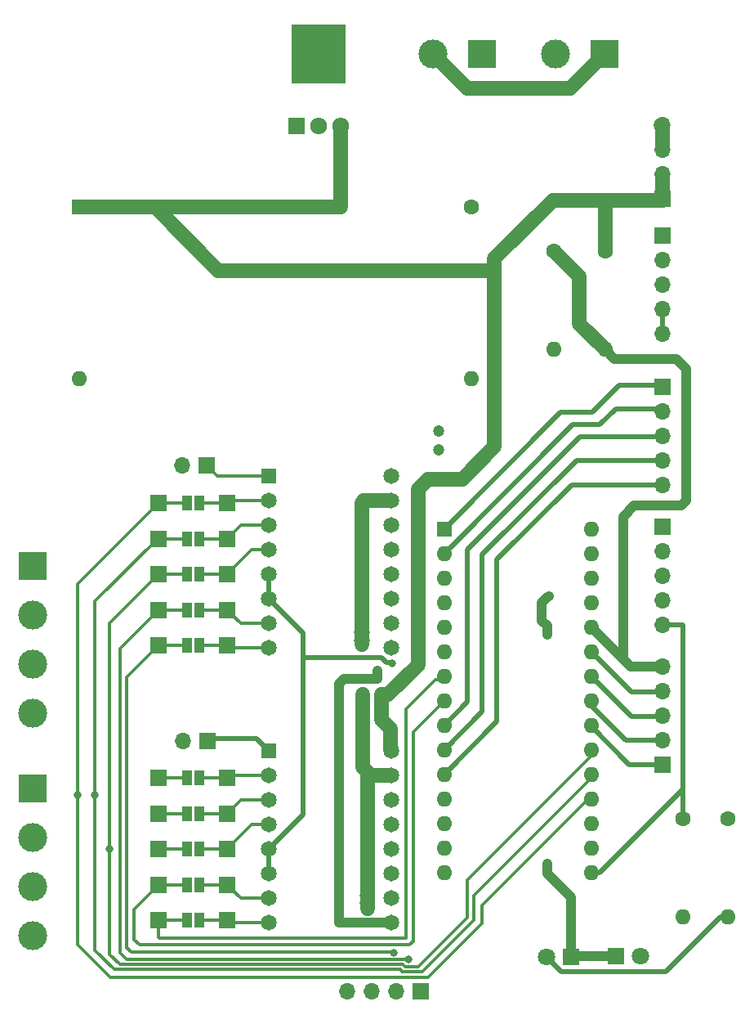
<source format=gtl>
G04 #@! TF.GenerationSoftware,KiCad,Pcbnew,7.0.8*
G04 #@! TF.CreationDate,2024-03-21T20:29:15-04:00*
G04 #@! TF.ProjectId,TechDevPCB,54656368-4465-4765-9043-422e6b696361,rev?*
G04 #@! TF.SameCoordinates,Original*
G04 #@! TF.FileFunction,Copper,L1,Top*
G04 #@! TF.FilePolarity,Positive*
%FSLAX46Y46*%
G04 Gerber Fmt 4.6, Leading zero omitted, Abs format (unit mm)*
G04 Created by KiCad (PCBNEW 7.0.8) date 2024-03-21 20:29:15*
%MOMM*%
%LPD*%
G01*
G04 APERTURE LIST*
G04 #@! TA.AperFunction,ComponentPad*
%ADD10C,1.600000*%
G04 #@! TD*
G04 #@! TA.AperFunction,ComponentPad*
%ADD11O,1.600000X1.600000*%
G04 #@! TD*
G04 #@! TA.AperFunction,ComponentPad*
%ADD12R,1.700000X1.700000*%
G04 #@! TD*
G04 #@! TA.AperFunction,ComponentPad*
%ADD13R,3.000000X3.000000*%
G04 #@! TD*
G04 #@! TA.AperFunction,ComponentPad*
%ADD14C,3.000000*%
G04 #@! TD*
G04 #@! TA.AperFunction,ComponentPad*
%ADD15O,1.700000X1.700000*%
G04 #@! TD*
G04 #@! TA.AperFunction,ComponentPad*
%ADD16R,1.717500X1.800000*%
G04 #@! TD*
G04 #@! TA.AperFunction,ComponentPad*
%ADD17O,1.717500X1.800000*%
G04 #@! TD*
G04 #@! TA.AperFunction,SMDPad,CuDef*
%ADD18R,5.700000X6.200000*%
G04 #@! TD*
G04 #@! TA.AperFunction,ComponentPad*
%ADD19C,1.200000*%
G04 #@! TD*
G04 #@! TA.AperFunction,SMDPad,CuDef*
%ADD20R,1.000000X1.500000*%
G04 #@! TD*
G04 #@! TA.AperFunction,ComponentPad*
%ADD21R,1.650000X1.650000*%
G04 #@! TD*
G04 #@! TA.AperFunction,ComponentPad*
%ADD22C,1.650000*%
G04 #@! TD*
G04 #@! TA.AperFunction,ComponentPad*
%ADD23R,1.600000X1.600000*%
G04 #@! TD*
G04 #@! TA.AperFunction,ComponentPad*
%ADD24R,1.800000X1.800000*%
G04 #@! TD*
G04 #@! TA.AperFunction,ComponentPad*
%ADD25C,1.800000*%
G04 #@! TD*
G04 #@! TA.AperFunction,ViaPad*
%ADD26C,0.800000*%
G04 #@! TD*
G04 #@! TA.AperFunction,Conductor*
%ADD27C,0.300000*%
G04 #@! TD*
G04 #@! TA.AperFunction,Conductor*
%ADD28C,0.500000*%
G04 #@! TD*
G04 #@! TA.AperFunction,Conductor*
%ADD29C,1.000000*%
G04 #@! TD*
G04 #@! TA.AperFunction,Conductor*
%ADD30C,1.500000*%
G04 #@! TD*
G04 APERTURE END LIST*
D10*
X167640000Y-65049400D03*
D11*
X167640000Y-75209400D03*
D12*
X126669800Y-123317000D03*
D13*
X172897800Y-44704000D03*
D14*
X167817800Y-44704000D03*
D12*
X178866800Y-63500000D03*
D15*
X178866800Y-66040000D03*
X178866800Y-68580000D03*
X178866800Y-71120000D03*
X178866800Y-73660000D03*
D16*
X140970000Y-52120800D03*
D17*
X143260000Y-52120800D03*
X145550000Y-52120800D03*
D18*
X143260000Y-44687467D03*
D12*
X133781800Y-130683000D03*
D19*
X155702000Y-83667600D03*
X155702000Y-85667600D03*
D20*
X129560800Y-91186000D03*
X130860800Y-91186000D03*
D12*
X126669800Y-130683000D03*
D20*
X129560800Y-134366000D03*
X130860800Y-134366000D03*
D12*
X178866800Y-79121000D03*
D15*
X178866800Y-81661000D03*
X178866800Y-84201000D03*
X178866800Y-86741000D03*
X178866800Y-89281000D03*
D19*
X149783800Y-110998000D03*
X147783800Y-110998000D03*
D12*
X126669800Y-102235000D03*
D13*
X113614200Y-120726200D03*
D14*
X113614200Y-125806200D03*
X113614200Y-130886200D03*
X113614200Y-135966200D03*
D12*
X133781800Y-127000000D03*
X133781800Y-105918000D03*
X126669800Y-119634000D03*
D20*
X129560800Y-105918000D03*
X130860800Y-105918000D03*
D12*
X133781800Y-91186000D03*
X126669800Y-105918000D03*
X133781800Y-102235000D03*
D20*
X129560800Y-127000000D03*
X130860800Y-127000000D03*
X129560800Y-98552000D03*
X130860800Y-98552000D03*
D12*
X126669800Y-91186000D03*
X131749800Y-115824000D03*
D15*
X129209800Y-115824000D03*
D12*
X126669800Y-98552000D03*
D21*
X138099800Y-116840000D03*
D22*
X138099800Y-119380000D03*
X138099800Y-121920000D03*
X138099800Y-124460000D03*
X138099800Y-127000000D03*
X138099800Y-129540000D03*
X138099800Y-132080000D03*
X138099800Y-134620000D03*
X150799800Y-134620000D03*
X150799800Y-132080000D03*
X150799800Y-129540000D03*
X150799800Y-127000000D03*
X150799800Y-124460000D03*
X150799800Y-121920000D03*
X150799800Y-119380000D03*
X150799800Y-116840000D03*
D20*
X129560800Y-123317000D03*
X130860800Y-123317000D03*
D12*
X153787000Y-141706600D03*
D15*
X151247000Y-141706600D03*
X148707000Y-141706600D03*
X146167000Y-141706600D03*
D12*
X178866800Y-118237000D03*
D15*
X178866800Y-115697000D03*
X178866800Y-113157000D03*
X178866800Y-110617000D03*
X178866800Y-108077000D03*
D23*
X118392400Y-60539100D03*
D11*
X159032400Y-78319100D03*
X118392400Y-78319100D03*
D10*
X159032400Y-60539100D03*
D24*
X174015400Y-138049000D03*
D25*
X176555400Y-138049000D03*
D12*
X178866800Y-93599000D03*
D15*
X178866800Y-96139000D03*
X178866800Y-98679000D03*
X178866800Y-101219000D03*
X178866800Y-103759000D03*
D10*
X172923200Y-65100200D03*
D11*
X172923200Y-75260200D03*
D13*
X113563400Y-97637600D03*
D14*
X113563400Y-102717600D03*
X113563400Y-107797600D03*
X113563400Y-112877600D03*
D20*
X129575800Y-94869000D03*
X130875800Y-94869000D03*
X129560800Y-119634000D03*
X130860800Y-119634000D03*
D13*
X160197800Y-44704000D03*
D14*
X155117800Y-44704000D03*
D20*
X129560800Y-102235000D03*
X130860800Y-102235000D03*
D12*
X178866800Y-59690000D03*
D15*
X178866800Y-57150000D03*
X178866800Y-54610000D03*
X178866800Y-52070000D03*
D12*
X133781800Y-98552000D03*
X126669800Y-94869000D03*
D23*
X156260800Y-93853000D03*
D11*
X156260800Y-96393000D03*
X156260800Y-98933000D03*
X156260800Y-101473000D03*
X156260800Y-104013000D03*
X156260800Y-106553000D03*
X156260800Y-109093000D03*
X156260800Y-111633000D03*
X156260800Y-114173000D03*
X156260800Y-116713000D03*
X156260800Y-119253000D03*
X156260800Y-121793000D03*
X156260800Y-124333000D03*
X156260800Y-126873000D03*
X156260800Y-129413000D03*
X171500800Y-129413000D03*
X171500800Y-126873000D03*
X171500800Y-124333000D03*
X171500800Y-121793000D03*
X171500800Y-119253000D03*
X171500800Y-116713000D03*
X171500800Y-114173000D03*
X171500800Y-111633000D03*
X171500800Y-109093000D03*
X171500800Y-106553000D03*
X171500800Y-104013000D03*
X171500800Y-101473000D03*
X171500800Y-98933000D03*
X171500800Y-96393000D03*
X171500800Y-93853000D03*
D12*
X126669800Y-134366000D03*
D10*
X180975000Y-123850400D03*
D11*
X180975000Y-134010400D03*
D12*
X131622800Y-87249000D03*
D15*
X129082800Y-87249000D03*
D12*
X133781800Y-123317000D03*
D20*
X129560800Y-130683000D03*
X130860800Y-130683000D03*
D12*
X133781800Y-134366000D03*
D24*
X169392600Y-138176000D03*
D25*
X166852600Y-138176000D03*
D21*
X138099800Y-88392000D03*
D22*
X138099800Y-90932000D03*
X138099800Y-93472000D03*
X138099800Y-96012000D03*
X138099800Y-98552000D03*
X138099800Y-101092000D03*
X138099800Y-103632000D03*
X138099800Y-106172000D03*
X150799800Y-106172000D03*
X150799800Y-103632000D03*
X150799800Y-101092000D03*
X150799800Y-98552000D03*
X150799800Y-96012000D03*
X150799800Y-93472000D03*
X150799800Y-90932000D03*
X150799800Y-88392000D03*
D12*
X133781800Y-119634000D03*
D10*
X185674000Y-123799600D03*
D11*
X185674000Y-133959600D03*
D12*
X133781800Y-94869000D03*
X126669800Y-127000000D03*
D26*
X149326600Y-108585000D03*
X166954200Y-103886000D03*
X166954200Y-104673400D03*
X166954200Y-129514600D03*
X166370000Y-101473000D03*
X149326600Y-109372400D03*
X166954200Y-128727200D03*
X166954200Y-100888800D03*
X151053800Y-137680500D03*
X152527000Y-138430000D03*
X118287800Y-121412000D03*
X120065800Y-121412000D03*
X121589800Y-127000000D03*
X148666200Y-132588000D03*
X148107400Y-105333800D03*
X147294600Y-104521000D03*
X148666200Y-131800600D03*
X147294600Y-105333800D03*
X147878800Y-132588000D03*
X147878800Y-131800600D03*
X148107400Y-104521000D03*
X150850600Y-107721400D03*
D27*
X171500800Y-117322600D02*
X171500800Y-116713000D01*
X151974339Y-138938000D02*
X152216339Y-139180000D01*
X122631200Y-138938000D02*
X151974339Y-138938000D01*
X152216339Y-139180000D02*
X153555000Y-139180000D01*
X153555000Y-139180000D02*
X158673800Y-134061200D01*
X158673800Y-130149600D02*
X171500800Y-117322600D01*
X121589800Y-137896600D02*
X122631200Y-138938000D01*
X121589800Y-127000000D02*
X121589800Y-137896600D01*
X158673800Y-134061200D02*
X158673800Y-130149600D01*
X171500800Y-119608600D02*
X171500800Y-119253000D01*
X159308800Y-134340600D02*
X159308800Y-131800600D01*
X151893306Y-139680000D02*
X153969400Y-139680000D01*
X151659306Y-139446000D02*
X151893306Y-139680000D01*
X122072400Y-139446000D02*
X151659306Y-139446000D01*
X120065800Y-137439400D02*
X122072400Y-139446000D01*
X159308800Y-131800600D02*
X171500800Y-119608600D01*
X153969400Y-139680000D02*
X159308800Y-134340600D01*
X120065800Y-121412000D02*
X120065800Y-137439400D01*
X160197800Y-134645400D02*
X154568600Y-140274600D01*
X118287800Y-136906000D02*
X118287800Y-121412000D01*
X160197800Y-132765800D02*
X160197800Y-134645400D01*
X121656400Y-140274600D02*
X118287800Y-136906000D01*
X171170600Y-121793000D02*
X160197800Y-132765800D01*
X171500800Y-121793000D02*
X171170600Y-121793000D01*
X154568600Y-140274600D02*
X121656400Y-140274600D01*
D28*
X178739800Y-78994000D02*
X178866800Y-79121000D01*
X171627800Y-81788000D02*
X174421800Y-78994000D01*
X168325800Y-81788000D02*
X171627800Y-81788000D01*
X156260800Y-93853000D02*
X168325800Y-81788000D01*
X174421800Y-78994000D02*
X178739800Y-78994000D01*
X178612800Y-81407000D02*
X178866800Y-81661000D01*
X174040800Y-81407000D02*
X178612800Y-81407000D01*
X156260800Y-96393000D02*
X169595800Y-83058000D01*
X169595800Y-83058000D02*
X172389800Y-83058000D01*
X172389800Y-83058000D02*
X174040800Y-81407000D01*
D29*
X149326600Y-109372400D02*
X149326600Y-108585000D01*
X174015400Y-138049000D02*
X169519600Y-138049000D01*
X166954200Y-103886000D02*
X166954200Y-104673400D01*
X145846800Y-109372400D02*
X149199600Y-109372400D01*
X166370000Y-103301800D02*
X166954200Y-103886000D01*
X169392600Y-131953000D02*
X166954200Y-129514600D01*
X166954200Y-128727200D02*
X166954200Y-128473200D01*
D28*
X166954200Y-129514600D02*
X166979600Y-129540000D01*
D29*
X149326600Y-108585000D02*
X149326600Y-108508800D01*
X169392600Y-138176000D02*
X169392600Y-131953000D01*
D28*
X169519600Y-138049000D02*
X169392600Y-138176000D01*
D29*
X166954200Y-104673400D02*
X166954200Y-104775000D01*
X166370000Y-101473000D02*
X166370000Y-103301800D01*
X166954200Y-100888800D02*
X167081200Y-100761800D01*
X150799800Y-134620000D02*
X145338800Y-134620000D01*
X166370000Y-101473000D02*
X166954200Y-100888800D01*
X145338800Y-109880400D02*
X145846800Y-109372400D01*
X166954200Y-129514600D02*
X166954200Y-128727200D01*
X145338800Y-134620000D02*
X145338800Y-109880400D01*
D28*
X149199600Y-109372400D02*
X149148800Y-109372400D01*
D27*
X123367800Y-109220000D02*
X126669800Y-105918000D01*
X129560800Y-105918000D02*
X126669800Y-105918000D01*
X151053800Y-137680500D02*
X151041300Y-137668000D01*
X123367800Y-137236200D02*
X123367800Y-109220000D01*
X151041300Y-137668000D02*
X123799600Y-137668000D01*
X123799600Y-137668000D02*
X123367800Y-137236200D01*
X152527000Y-138430000D02*
X123367800Y-138430000D01*
D28*
X156260800Y-106754900D02*
X156260800Y-106553000D01*
D27*
X122667800Y-137730000D02*
X122667800Y-106237000D01*
X123367800Y-138430000D02*
X122667800Y-137730000D01*
X122667800Y-106237000D02*
X126669800Y-102235000D01*
X129560800Y-102235000D02*
X126669800Y-102235000D01*
X129560800Y-134366000D02*
X126669800Y-134366000D01*
X126669800Y-134366000D02*
X126669800Y-136144000D01*
X155357600Y-109412000D02*
X155941800Y-109412000D01*
D28*
X155941800Y-109412000D02*
X156260800Y-109093000D01*
D27*
X152323800Y-136206000D02*
X152323800Y-112445800D01*
X126669800Y-136144000D02*
X126731800Y-136206000D01*
X126731800Y-136206000D02*
X152323800Y-136206000D01*
X152323800Y-112445800D02*
X155357600Y-109412000D01*
X124129800Y-133223000D02*
X124129800Y-136371949D01*
X153023800Y-136495949D02*
X153023800Y-114870000D01*
X124129800Y-136371949D02*
X124663851Y-136906000D01*
X153023800Y-114870000D02*
X156260800Y-111633000D01*
X124663851Y-136906000D02*
X152613749Y-136906000D01*
X129560800Y-130683000D02*
X126669800Y-130683000D01*
X126669800Y-130683000D02*
X124129800Y-133223000D01*
X152613749Y-136906000D02*
X153023800Y-136495949D01*
D28*
X156260800Y-114173000D02*
X158673800Y-111760000D01*
X158673800Y-96012000D02*
X170357800Y-84328000D01*
X158673800Y-111760000D02*
X158673800Y-96012000D01*
X178739800Y-84328000D02*
X178866800Y-84201000D01*
X170357800Y-84328000D02*
X178739800Y-84328000D01*
X156260800Y-116713000D02*
X160197800Y-112776000D01*
X169976800Y-86741000D02*
X178866800Y-86741000D01*
X160197800Y-96520000D02*
X169976800Y-86741000D01*
X160197800Y-112776000D02*
X160197800Y-96520000D01*
X161721800Y-97028000D02*
X169468800Y-89281000D01*
X161721800Y-113792000D02*
X161721800Y-97028000D01*
X169468800Y-89281000D02*
X178866800Y-89281000D01*
X156260800Y-119253000D02*
X161721800Y-113792000D01*
X181025800Y-120777000D02*
X181025800Y-123799600D01*
X181025800Y-120777000D02*
X181025800Y-103759000D01*
X171500800Y-129413000D02*
X172389800Y-129413000D01*
X181025800Y-103759000D02*
X178866800Y-103759000D01*
X181025800Y-123799600D02*
X180975000Y-123850400D01*
X172389800Y-129413000D02*
X181025800Y-120777000D01*
X178866800Y-71120000D02*
X178866800Y-73660000D01*
D27*
X118287800Y-99568000D02*
X118287800Y-103632000D01*
X129560800Y-91186000D02*
X126669800Y-91186000D01*
X118287800Y-103632000D02*
X118287800Y-121412000D01*
X126669800Y-91186000D02*
X118287800Y-99568000D01*
X129560800Y-119634000D02*
X126669800Y-119634000D01*
X120065800Y-101346000D02*
X120065800Y-121412000D01*
X126542800Y-94869000D02*
X120065800Y-101346000D01*
X129560800Y-123317000D02*
X126669800Y-123317000D01*
X126669800Y-94869000D02*
X126542800Y-94869000D01*
X129575800Y-94869000D02*
X126669800Y-94869000D01*
X129560800Y-127000000D02*
X126669800Y-127000000D01*
X129560800Y-98552000D02*
X126669800Y-98552000D01*
X121589800Y-104140000D02*
X121589800Y-121920000D01*
X121589800Y-103632000D02*
X121589800Y-104140000D01*
X121589800Y-121920000D02*
X121589800Y-127000000D01*
X126669800Y-98552000D02*
X121589800Y-103632000D01*
D28*
X171500800Y-114173000D02*
X171500800Y-114300000D01*
X175437800Y-118237000D02*
X178866800Y-118237000D01*
X171500800Y-114300000D02*
X175437800Y-118237000D01*
X175056800Y-115697000D02*
X178866800Y-115697000D01*
X171500800Y-112141000D02*
X175056800Y-115697000D01*
X171500800Y-111633000D02*
X171500800Y-112141000D01*
X178739800Y-113284000D02*
X178866800Y-113157000D01*
X171500800Y-109093000D02*
X175691800Y-113284000D01*
X175691800Y-113284000D02*
X178739800Y-113284000D01*
X175691800Y-110744000D02*
X178739800Y-110744000D01*
X178739800Y-110744000D02*
X178866800Y-110617000D01*
X171500800Y-106553000D02*
X175691800Y-110744000D01*
D29*
X180289200Y-76225400D02*
X181330600Y-77266800D01*
D30*
X172923200Y-75260200D02*
X170256200Y-72593200D01*
D29*
X174777400Y-107289600D02*
X175564800Y-108077000D01*
X174777400Y-92608400D02*
X174777400Y-107289600D01*
X174777400Y-107289600D02*
X171500800Y-104013000D01*
X175564800Y-108077000D02*
X178866800Y-108077000D01*
D30*
X170256200Y-72593200D02*
X170256200Y-67665600D01*
D29*
X180797200Y-91440000D02*
X175945800Y-91440000D01*
D28*
X171500800Y-104114600D02*
X171500800Y-104013000D01*
D30*
X170256200Y-67665600D02*
X167640000Y-65049400D01*
D29*
X172923200Y-75260200D02*
X173888400Y-76225400D01*
X175945800Y-91440000D02*
X174777400Y-92608400D01*
X181330600Y-77266800D02*
X181330600Y-90906600D01*
X181330600Y-90906600D02*
X180797200Y-91440000D01*
X173888400Y-76225400D02*
X180289200Y-76225400D01*
D30*
X178866800Y-52070000D02*
X178739800Y-52070000D01*
X178866800Y-52070000D02*
X178866800Y-54610000D01*
X148640800Y-119380000D02*
X150799800Y-119380000D01*
X147726400Y-91109800D02*
X147726400Y-105816400D01*
X150799800Y-90932000D02*
X147904200Y-90932000D01*
X148285200Y-119024400D02*
X148640800Y-119380000D01*
X147783800Y-110998000D02*
X147783800Y-118523000D01*
X147783800Y-118523000D02*
X148285200Y-119024400D01*
X147904200Y-90932000D02*
X147726400Y-91109800D01*
X148285200Y-119024400D02*
X148285200Y-133146800D01*
X150647400Y-114477800D02*
X150647400Y-116687600D01*
X153543000Y-107873800D02*
X150418800Y-110998000D01*
X178866800Y-59817000D02*
X172974000Y-59817000D01*
X172974000Y-59817000D02*
X167513000Y-59817000D01*
X145476700Y-60539100D02*
X145550000Y-60465800D01*
X178866800Y-57150000D02*
X178866800Y-59690000D01*
X132791200Y-67081400D02*
X126248900Y-60539100D01*
X126248900Y-60539100D02*
X118392400Y-60539100D01*
X145550000Y-60465800D02*
X145550000Y-52120800D01*
X161467800Y-65862200D02*
X161467800Y-67259200D01*
X153543000Y-89712800D02*
X153543000Y-107873800D01*
X172923200Y-65100200D02*
X172923200Y-59867800D01*
X161467800Y-85344000D02*
X158115000Y-88696800D01*
X158115000Y-88696800D02*
X154559000Y-88696800D01*
X167513000Y-59817000D02*
X161467800Y-65862200D01*
X132791200Y-67081400D02*
X161290000Y-67081400D01*
D29*
X150647400Y-116687600D02*
X150799800Y-116840000D01*
D30*
X154559000Y-88696800D02*
X153543000Y-89712800D01*
X126248900Y-60539100D02*
X145476700Y-60539100D01*
X149783800Y-113614200D02*
X150647400Y-114477800D01*
X161467800Y-67259200D02*
X161467800Y-85344000D01*
X172923200Y-59867800D02*
X172974000Y-59817000D01*
X149783800Y-110998000D02*
X149783800Y-113614200D01*
X150418800Y-110998000D02*
X149783800Y-110998000D01*
X161290000Y-67081400D02*
X161467800Y-67259200D01*
X169341800Y-48260000D02*
X172897800Y-44704000D01*
D29*
X172897800Y-44450000D02*
X172897800Y-44704000D01*
D30*
X155117800Y-44704000D02*
X158673800Y-48260000D01*
X158673800Y-48260000D02*
X169341800Y-48260000D01*
D27*
X132765800Y-88392000D02*
X131622800Y-87249000D01*
X138099800Y-88392000D02*
X132765800Y-88392000D01*
D28*
X132003800Y-115570000D02*
X136829800Y-115570000D01*
X136829800Y-115570000D02*
X138099800Y-116840000D01*
X131749800Y-115824000D02*
X132003800Y-115570000D01*
D27*
X138099800Y-90932000D02*
X134035800Y-90932000D01*
X133781800Y-91186000D02*
X130860800Y-91186000D01*
D28*
X134035800Y-90932000D02*
X133781800Y-91186000D01*
D27*
X133781800Y-94869000D02*
X130875800Y-94869000D01*
X135178800Y-93472000D02*
X133781800Y-94869000D01*
X138099800Y-93472000D02*
X135178800Y-93472000D01*
X136321800Y-96012000D02*
X133781800Y-98552000D01*
X133781800Y-98552000D02*
X130860800Y-98552000D01*
X138099800Y-96012000D02*
X136321800Y-96012000D01*
X133781800Y-102235000D02*
X130860800Y-102235000D01*
X135178800Y-103632000D02*
X133781800Y-102235000D01*
X138099800Y-103632000D02*
X135178800Y-103632000D01*
D28*
X134035800Y-106172000D02*
X133781800Y-105918000D01*
D27*
X138099800Y-106172000D02*
X134035800Y-106172000D01*
X133781800Y-105918000D02*
X130860800Y-105918000D01*
D28*
X134035800Y-119380000D02*
X133781800Y-119634000D01*
D27*
X133781800Y-119634000D02*
X130860800Y-119634000D01*
X138099800Y-119380000D02*
X134035800Y-119380000D01*
X138099800Y-124460000D02*
X136321800Y-124460000D01*
X136321800Y-124460000D02*
X133781800Y-127000000D01*
X133781800Y-127000000D02*
X130860800Y-127000000D01*
X138099800Y-121920000D02*
X135178800Y-121920000D01*
X130860800Y-123317000D02*
X133781800Y-123317000D01*
X135178800Y-121920000D02*
X133781800Y-123317000D01*
D28*
X134035800Y-134620000D02*
X133781800Y-134366000D01*
D27*
X138099800Y-134620000D02*
X134035800Y-134620000D01*
X133781800Y-134366000D02*
X130860800Y-134366000D01*
X133781800Y-130683000D02*
X130860800Y-130683000D01*
X138099800Y-132080000D02*
X135178800Y-132080000D01*
X135178800Y-132080000D02*
X133781800Y-130683000D01*
D28*
X184912000Y-133959600D02*
X179197000Y-139674600D01*
X185674000Y-133959600D02*
X184912000Y-133959600D01*
X179197000Y-139674600D02*
X168351200Y-139674600D01*
X168351200Y-139674600D02*
X166852600Y-138176000D01*
X138099800Y-127000000D02*
X141655800Y-123444000D01*
X141681200Y-107162600D02*
X141655800Y-107188000D01*
X141655800Y-104648000D02*
X138099800Y-101092000D01*
X138099800Y-98552000D02*
X138099800Y-101092000D01*
X141655800Y-123444000D02*
X141655800Y-107696000D01*
X141655800Y-107696000D02*
X141655800Y-104648000D01*
X150825200Y-107696000D02*
X150241000Y-107696000D01*
X150241000Y-107696000D02*
X149707600Y-107162600D01*
X138099800Y-129540000D02*
X138099800Y-127000000D01*
X149707600Y-107162600D02*
X141681200Y-107162600D01*
M02*

</source>
